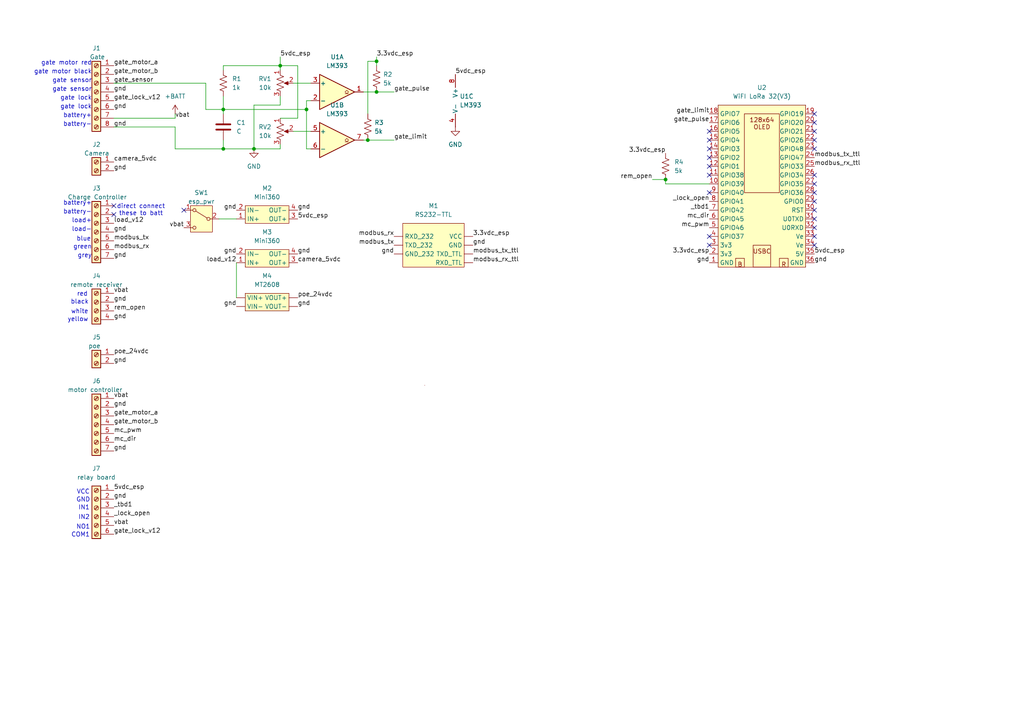
<source format=kicad_sch>
(kicad_sch (version 20231120) (generator "eeschema") (generator_version "8.0")
  (paper "A4")
  (lib_symbols
    (symbol "Comparator:LM393" (pin_names (offset 0.127))
      (property "Reference" "U" (at 3.81 3.81 0))
      (property "Value" "LM393" (at 6.35 -3.81 0))
      (symbol "LM393_1_1"
        (polyline (pts (xy -5.08 5.08) (xy 5.08 0) (xy -5.08 -5.08) (xy -5.08 5.08)) (stroke (width 0.254)) (fill (type background)))
        (polyline (pts (xy 3.302 -0.508) (xy 2.794 -0.508) (xy 3.302 0) (xy 2.794 0.508) (xy 2.286 0) (xy 2.794 -0.508) (xy 2.286 -0.508)) (stroke (width 0.127)))
        (pin open_collector line (at 7.62 0 180) (length 2.54) (name "~") (number "1"))
        (pin input line (at -7.62 -2.54 0) (length 2.54) (name "-") (number "2"))
        (pin input line (at -7.62 2.54 0) (length 2.54) (name "+") (number "3"))
      )
      (symbol "LM393_2_1"
        (polyline (pts (xy -5.08 5.08) (xy 5.08 0) (xy -5.08 -5.08) (xy -5.08 5.08)) (stroke (width 0.254)) (fill (type background)))
        (polyline (pts (xy 3.302 -0.508) (xy 2.794 -0.508) (xy 3.302 0) (xy 2.794 0.508) (xy 2.286 0) (xy 2.794 -0.508) (xy 2.286 -0.508)) (stroke (width 0.127)))
        (pin input line (at -7.62 2.54 0) (length 2.54) (name "+") (number "5"))
        (pin input line (at -7.62 -2.54 0) (length 2.54) (name "-") (number "6"))
        (pin open_collector line (at 7.62 0 180) (length 2.54) (name "~") (number "7"))
      )
      (symbol "LM393_3_1"
        (pin power_in line (at -2.54 -7.62 90) (length 3.81) (name "V-") (number "4"))
        (pin power_in line (at -2.54 7.62 270) (length 3.81) (name "V+") (number "8"))
      )
    )
    (symbol "Connector:Screw_Terminal_01x02" (pin_names (offset 1.016) hide)
      (property "Reference" "J" (at 0 2.54 0))
      (property "Value" "Screw_Terminal_01x02" (at 0 -5.08 0))
      (symbol "Screw_Terminal_01x02_1_1"
        (rectangle (start -1.27 1.27) (end 1.27 -3.81) (stroke (width 0.254)) (fill (type background)))
        (circle (center 0 -2.54) (radius 0.635) (stroke (width 0.1524)))
        (polyline (pts (xy -0.5334 -2.2098) (xy 0.3302 -3.048)) (stroke (width 0.1524)))
        (polyline (pts (xy -0.5334 0.3302) (xy 0.3302 -0.508)) (stroke (width 0.1524)))
        (polyline (pts (xy -0.3556 -2.032) (xy 0.508 -2.8702)) (stroke (width 0.1524)))
        (polyline (pts (xy -0.3556 0.508) (xy 0.508 -0.3302)) (stroke (width 0.1524)))
        (circle (center 0 0) (radius 0.635) (stroke (width 0.1524)))
        (pin passive line (at -5.08 0 0) (length 3.81) (name "Pin_1") (number "1"))
        (pin passive line (at -5.08 -2.54 0) (length 3.81) (name "Pin_2") (number "2"))
      )
    )
    (symbol "Connector:Screw_Terminal_01x04" (pin_names (offset 1.016) hide)
      (property "Reference" "J" (at 0 5.08 0))
      (property "Value" "Screw_Terminal_01x04" (at 0 -7.62 0))
      (symbol "Screw_Terminal_01x04_1_1"
        (rectangle (start -1.27 3.81) (end 1.27 -6.35) (stroke (width 0.254)) (fill (type background)))
        (circle (center 0 -5.08) (radius 0.635) (stroke (width 0.1524)))
        (circle (center 0 -2.54) (radius 0.635) (stroke (width 0.1524)))
        (polyline (pts (xy -0.5334 -4.7498) (xy 0.3302 -5.588)) (stroke (width 0.1524)))
        (polyline (pts (xy -0.5334 -2.2098) (xy 0.3302 -3.048)) (stroke (width 0.1524)))
        (polyline (pts (xy -0.5334 0.3302) (xy 0.3302 -0.508)) (stroke (width 0.1524)))
        (polyline (pts (xy -0.5334 2.8702) (xy 0.3302 2.032)) (stroke (width 0.1524)))
        (polyline (pts (xy -0.3556 -4.572) (xy 0.508 -5.4102)) (stroke (width 0.1524)))
        (polyline (pts (xy -0.3556 -2.032) (xy 0.508 -2.8702)) (stroke (width 0.1524)))
        (polyline (pts (xy -0.3556 0.508) (xy 0.508 -0.3302)) (stroke (width 0.1524)))
        (polyline (pts (xy -0.3556 3.048) (xy 0.508 2.2098)) (stroke (width 0.1524)))
        (circle (center 0 0) (radius 0.635) (stroke (width 0.1524)))
        (circle (center 0 2.54) (radius 0.635) (stroke (width 0.1524)))
        (pin passive line (at -5.08 2.54 0) (length 3.81) (name "Pin_1") (number "1"))
        (pin passive line (at -5.08 0 0) (length 3.81) (name "Pin_2") (number "2"))
        (pin passive line (at -5.08 -2.54 0) (length 3.81) (name "Pin_3") (number "3"))
        (pin passive line (at -5.08 -5.08 0) (length 3.81) (name "Pin_4") (number "4"))
      )
    )
    (symbol "Connector:Screw_Terminal_01x06" (pin_names (offset 1.016) hide)
      (property "Reference" "J" (at 0 7.62 0))
      (property "Value" "Screw_Terminal_01x06" (at 0 -10.16 0))
      (symbol "Screw_Terminal_01x06_1_1"
        (rectangle (start -1.27 6.35) (end 1.27 -8.89) (stroke (width 0.254)) (fill (type background)))
        (circle (center 0 -7.62) (radius 0.635) (stroke (width 0.1524)))
        (circle (center 0 -5.08) (radius 0.635) (stroke (width 0.1524)))
        (circle (center 0 -2.54) (radius 0.635) (stroke (width 0.1524)))
        (polyline (pts (xy -0.5334 -7.2898) (xy 0.3302 -8.128)) (stroke (width 0.1524)))
        (polyline (pts (xy -0.5334 -4.7498) (xy 0.3302 -5.588)) (stroke (width 0.1524)))
        (polyline (pts (xy -0.5334 -2.2098) (xy 0.3302 -3.048)) (stroke (width 0.1524)))
        (polyline (pts (xy -0.5334 0.3302) (xy 0.3302 -0.508)) (stroke (width 0.1524)))
        (polyline (pts (xy -0.5334 2.8702) (xy 0.3302 2.032)) (stroke (width 0.1524)))
        (polyline (pts (xy -0.5334 5.4102) (xy 0.3302 4.572)) (stroke (width 0.1524)))
        (polyline (pts (xy -0.3556 -7.112) (xy 0.508 -7.9502)) (stroke (width 0.1524)))
        (polyline (pts (xy -0.3556 -4.572) (xy 0.508 -5.4102)) (stroke (width 0.1524)))
        (polyline (pts (xy -0.3556 -2.032) (xy 0.508 -2.8702)) (stroke (width 0.1524)))
        (polyline (pts (xy -0.3556 0.508) (xy 0.508 -0.3302)) (stroke (width 0.1524)))
        (polyline (pts (xy -0.3556 3.048) (xy 0.508 2.2098)) (stroke (width 0.1524)))
        (polyline (pts (xy -0.3556 5.588) (xy 0.508 4.7498)) (stroke (width 0.1524)))
        (circle (center 0 0) (radius 0.635) (stroke (width 0.1524)))
        (circle (center 0 2.54) (radius 0.635) (stroke (width 0.1524)))
        (circle (center 0 5.08) (radius 0.635) (stroke (width 0.1524)))
        (pin passive line (at -5.08 5.08 0) (length 3.81) (name "Pin_1") (number "1"))
        (pin passive line (at -5.08 2.54 0) (length 3.81) (name "Pin_2") (number "2"))
        (pin passive line (at -5.08 0 0) (length 3.81) (name "Pin_3") (number "3"))
        (pin passive line (at -5.08 -2.54 0) (length 3.81) (name "Pin_4") (number "4"))
        (pin passive line (at -5.08 -5.08 0) (length 3.81) (name "Pin_5") (number "5"))
        (pin passive line (at -5.08 -7.62 0) (length 3.81) (name "Pin_6") (number "6"))
      )
    )
    (symbol "Connector:Screw_Terminal_01x07" (pin_names (offset 1.016) hide)
      (property "Reference" "J" (at 0 10.16 0))
      (property "Value" "Screw_Terminal_01x07" (at 0 -10.16 0))
      (symbol "Screw_Terminal_01x07_1_1"
        (rectangle (start -1.27 8.89) (end 1.27 -8.89) (stroke (width 0.254)) (fill (type background)))
        (circle (center 0 -7.62) (radius 0.635) (stroke (width 0.1524)))
        (circle (center 0 -5.08) (radius 0.635) (stroke (width 0.1524)))
        (circle (center 0 -2.54) (radius 0.635) (stroke (width 0.1524)))
        (polyline (pts (xy -0.5334 -7.2898) (xy 0.3302 -8.128)) (stroke (width 0.1524)))
        (polyline (pts (xy -0.5334 -4.7498) (xy 0.3302 -5.588)) (stroke (width 0.1524)))
        (polyline (pts (xy -0.5334 -2.2098) (xy 0.3302 -3.048)) (stroke (width 0.1524)))
        (polyline (pts (xy -0.5334 0.3302) (xy 0.3302 -0.508)) (stroke (width 0.1524)))
        (polyline (pts (xy -0.5334 2.8702) (xy 0.3302 2.032)) (stroke (width 0.1524)))
        (polyline (pts (xy -0.5334 5.4102) (xy 0.3302 4.572)) (stroke (width 0.1524)))
        (polyline (pts (xy -0.5334 7.9502) (xy 0.3302 7.112)) (stroke (width 0.1524)))
        (polyline (pts (xy -0.3556 -7.112) (xy 0.508 -7.9502)) (stroke (width 0.1524)))
        (polyline (pts (xy -0.3556 -4.572) (xy 0.508 -5.4102)) (stroke (width 0.1524)))
        (polyline (pts (xy -0.3556 -2.032) (xy 0.508 -2.8702)) (stroke (width 0.1524)))
        (polyline (pts (xy -0.3556 0.508) (xy 0.508 -0.3302)) (stroke (width 0.1524)))
        (polyline (pts (xy -0.3556 3.048) (xy 0.508 2.2098)) (stroke (width 0.1524)))
        (polyline (pts (xy -0.3556 5.588) (xy 0.508 4.7498)) (stroke (width 0.1524)))
        (polyline (pts (xy -0.3556 8.128) (xy 0.508 7.2898)) (stroke (width 0.1524)))
        (circle (center 0 0) (radius 0.635) (stroke (width 0.1524)))
        (circle (center 0 2.54) (radius 0.635) (stroke (width 0.1524)))
        (circle (center 0 5.08) (radius 0.635) (stroke (width 0.1524)))
        (circle (center 0 7.62) (radius 0.635) (stroke (width 0.1524)))
        (pin passive line (at -5.08 7.62 0) (length 3.81) (name "Pin_1") (number "1"))
        (pin passive line (at -5.08 5.08 0) (length 3.81) (name "Pin_2") (number "2"))
        (pin passive line (at -5.08 2.54 0) (length 3.81) (name "Pin_3") (number "3"))
        (pin passive line (at -5.08 0 0) (length 3.81) (name "Pin_4") (number "4"))
        (pin passive line (at -5.08 -2.54 0) (length 3.81) (name "Pin_5") (number "5"))
        (pin passive line (at -5.08 -5.08 0) (length 3.81) (name "Pin_6") (number "6"))
        (pin passive line (at -5.08 -7.62 0) (length 3.81) (name "Pin_7") (number "7"))
      )
    )
    (symbol "Connector:Screw_Terminal_01x08" (pin_names (offset 1.016) hide)
      (property "Reference" "J" (at 0 10.16 0))
      (property "Value" "Screw_Terminal_01x08" (at 0 -12.7 0))
      (symbol "Screw_Terminal_01x08_1_1"
        (rectangle (start -1.27 8.89) (end 1.27 -11.43) (stroke (width 0.254)) (fill (type background)))
        (circle (center 0 -10.16) (radius 0.635) (stroke (width 0.1524)))
        (circle (center 0 -7.62) (radius 0.635) (stroke (width 0.1524)))
        (circle (center 0 -5.08) (radius 0.635) (stroke (width 0.1524)))
        (circle (center 0 -2.54) (radius 0.635) (stroke (width 0.1524)))
        (polyline (pts (xy -0.5334 -9.8298) (xy 0.3302 -10.668)) (stroke (width 0.1524)))
        (polyline (pts (xy -0.5334 -7.2898) (xy 0.3302 -8.128)) (stroke (width 0.1524)))
        (polyline (pts (xy -0.5334 -4.7498) (xy 0.3302 -5.588)) (stroke (width 0.1524)))
        (polyline (pts (xy -0.5334 -2.2098) (xy 0.3302 -3.048)) (stroke (width 0.1524)))
        (polyline (pts (xy -0.5334 0.3302) (xy 0.3302 -0.508)) (stroke (width 0.1524)))
        (polyline (pts (xy -0.5334 2.8702) (xy 0.3302 2.032)) (stroke (width 0.1524)))
        (polyline (pts (xy -0.5334 5.4102) (xy 0.3302 4.572)) (stroke (width 0.1524)))
        (polyline (pts (xy -0.5334 7.9502) (xy 0.3302 7.112)) (stroke (width 0.1524)))
        (polyline (pts (xy -0.3556 -9.652) (xy 0.508 -10.4902)) (stroke (width 0.1524)))
        (polyline (pts (xy -0.3556 -7.112) (xy 0.508 -7.9502)) (stroke (width 0.1524)))
        (polyline (pts (xy -0.3556 -4.572) (xy 0.508 -5.4102)) (stroke (width 0.1524)))
        (polyline (pts (xy -0.3556 -2.032) (xy 0.508 -2.8702)) (stroke (width 0.1524)))
        (polyline (pts (xy -0.3556 0.508) (xy 0.508 -0.3302)) (stroke (width 0.1524)))
        (polyline (pts (xy -0.3556 3.048) (xy 0.508 2.2098)) (stroke (width 0.1524)))
        (polyline (pts (xy -0.3556 5.588) (xy 0.508 4.7498)) (stroke (width 0.1524)))
        (polyline (pts (xy -0.3556 8.128) (xy 0.508 7.2898)) (stroke (width 0.1524)))
        (circle (center 0 0) (radius 0.635) (stroke (width 0.1524)))
        (circle (center 0 2.54) (radius 0.635) (stroke (width 0.1524)))
        (circle (center 0 5.08) (radius 0.635) (stroke (width 0.1524)))
        (circle (center 0 7.62) (radius 0.635) (stroke (width 0.1524)))
        (pin passive line (at -5.08 7.62 0) (length 3.81) (name "Pin_1") (number "1"))
        (pin passive line (at -5.08 5.08 0) (length 3.81) (name "Pin_2") (number "2"))
        (pin passive line (at -5.08 2.54 0) (length 3.81) (name "Pin_3") (number "3"))
        (pin passive line (at -5.08 0 0) (length 3.81) (name "Pin_4") (number "4"))
        (pin passive line (at -5.08 -2.54 0) (length 3.81) (name "Pin_5") (number "5"))
        (pin passive line (at -5.08 -5.08 0) (length 3.81) (name "Pin_6") (number "6"))
        (pin passive line (at -5.08 -7.62 0) (length 3.81) (name "Pin_7") (number "7"))
        (pin passive line (at -5.08 -10.16 0) (length 3.81) (name "Pin_8") (number "8"))
      )
    )
    (symbol "Device:C" (pin_numbers hide) (pin_names (offset 0.254))
      (property "Reference" "C" (at 0.635 2.54 0))
      (property "Value" "C" (at 0.635 -2.54 0))
      (symbol "C_0_1"
        (polyline (pts (xy -2.032 -0.762) (xy 2.032 -0.762)) (stroke (width 0.508)))
        (polyline (pts (xy -2.032 0.762) (xy 2.032 0.762)) (stroke (width 0.508)))
      )
      (symbol "C_1_1"
        (pin passive line (at 0 3.81 270) (length 2.794) (name "~") (number "1"))
        (pin passive line (at 0 -3.81 90) (length 2.794) (name "~") (number "2"))
      )
    )
    (symbol "Device:R_Potentiometer_US" (pin_names (offset 1.016) hide)
      (property "Reference" "RV" (at -4.445 0 90))
      (property "Value" "R_Potentiometer_US" (at -2.54 0 90))
      (symbol "R_Potentiometer_US_0_1"
        (polyline (pts (xy 0 -2.286) (xy 0 -2.54)))
        (polyline (pts (xy 0 2.54) (xy 0 2.286)))
        (polyline (pts (xy 2.54 0) (xy 1.524 0)))
        (polyline (pts (xy 1.143 0) (xy 2.286 0.508) (xy 2.286 -0.508) (xy 1.143 0)) (fill (type outline)))
        (polyline (pts (xy 0 -0.762) (xy 1.016 -1.143) (xy 0 -1.524) (xy -1.016 -1.905) (xy 0 -2.286)))
        (polyline (pts (xy 0 0.762) (xy 1.016 0.381) (xy 0 0) (xy -1.016 -0.381) (xy 0 -0.762)))
        (polyline (pts (xy 0 2.286) (xy 1.016 1.905) (xy 0 1.524) (xy -1.016 1.143) (xy 0 0.762)))
      )
      (symbol "R_Potentiometer_US_1_1"
        (pin passive line (at 0 3.81 270) (length 1.27) (name "1") (number "1"))
        (pin passive line (at 3.81 0 180) (length 1.27) (name "2") (number "2"))
        (pin passive line (at 0 -3.81 90) (length 1.27) (name "3") (number "3"))
      )
    )
    (symbol "Device:R_US" (pin_numbers hide) (pin_names (offset 0))
      (property "Reference" "R" (at 2.54 0 90))
      (property "Value" "R_US" (at -2.54 0 90))
      (symbol "R_US_0_1"
        (polyline (pts (xy 0 -2.286) (xy 0 -2.54)))
        (polyline (pts (xy 0 2.286) (xy 0 2.54)))
        (polyline (pts (xy 0 -0.762) (xy 1.016 -1.143) (xy 0 -1.524) (xy -1.016 -1.905) (xy 0 -2.286)))
        (polyline (pts (xy 0 0.762) (xy 1.016 0.381) (xy 0 0) (xy -1.016 -0.381) (xy 0 -0.762)))
        (polyline (pts (xy 0 2.286) (xy 1.016 1.905) (xy 0 1.524) (xy -1.016 1.143) (xy 0 0.762)))
      )
      (symbol "R_US_1_1"
        (pin passive line (at 0 3.81 270) (length 1.27) (name "~") (number "1"))
        (pin passive line (at 0 -3.81 90) (length 1.27) (name "~") (number "2"))
      )
    )
    (symbol "RF_Module:HTIT-WB32LA(F)_V3"
      (property "Reference" "U" (at 0 4.572 0))
      (property "Value" "WiFI LoRa 32(V3)" (at -0.254 2.54 0))
      (symbol "HTIT-WB32LA(F)_V3_1_1"
        (rectangle (start -12.7 1.27) (end 12.7 -45.72) (fill (type background)))
        (text_box "128x64\nOLED" (at -5.08 -1.27 0) (size 10.16 -22.86) (effects (font (size 1.27 1.27)) (justify top)))
        (text_box "B" (at -5.08 -45.72 0) (size -2.54 2.54) (effects (font (size 1.27 1.27)) (justify top)))
        (text_box "R" (at 7.62 -45.72 0) (size -2.54 2.54) (effects (font (size 1.27 1.27)) (justify top)))
        (text_box "USBC" (at 2.54 -45.72 0) (size -5.08 6.35) (effects (font (size 1.27 1.27)) (justify top)))
        (pin passive line (at -15.24 -44.45 0) (length 2.54) (name "GND") (number "1"))
        (pin bidirectional line (at -15.24 -21.59 0) (length 2.54) (name "GPIO39") (number "10"))
        (pin bidirectional line (at -15.24 -19.05 0) (length 2.54) (name "GPIO38") (number "11"))
        (pin bidirectional line (at -15.24 -16.51 0) (length 2.54) (name "GPIO1") (number "12"))
        (pin bidirectional line (at -15.24 -13.97 0) (length 2.54) (name "GPIO2") (number "13"))
        (pin bidirectional line (at -15.24 -11.43 0) (length 2.54) (name "GPIO3") (number "14"))
        (pin bidirectional line (at -15.24 -8.89 0) (length 2.54) (name "GPIO4") (number "15"))
        (pin bidirectional line (at -15.24 -6.35 0) (length 2.54) (name "GPIO5") (number "16"))
        (pin bidirectional line (at -15.24 -3.81 0) (length 2.54) (name "GPIO6") (number "17"))
        (pin bidirectional line (at -15.24 -1.27 0) (length 2.54) (name "GPIO7") (number "18"))
        (pin bidirectional line (at 15.24 -1.27 180) (length 2.54) (name "GPIO19") (number "19"))
        (pin power_out line (at -15.24 -41.91 0) (length 2.54) (name "3v3") (number "2"))
        (pin bidirectional line (at 15.24 -3.81 180) (length 2.54) (name "GPIO20") (number "20"))
        (pin bidirectional line (at 15.24 -6.35 180) (length 2.54) (name "GPIO21") (number "21"))
        (pin bidirectional line (at 15.24 -8.89 180) (length 2.54) (name "GPIO26") (number "22"))
        (pin bidirectional line (at 15.24 -11.43 180) (length 2.54) (name "GPIO48") (number "23"))
        (pin bidirectional line (at 15.24 -13.97 180) (length 2.54) (name "GPIO47") (number "24"))
        (pin bidirectional line (at 15.24 -16.51 180) (length 2.54) (name "GPIO33") (number "25"))
        (pin bidirectional line (at 15.24 -19.05 180) (length 2.54) (name "GPIO34") (number "26"))
        (pin bidirectional line (at 15.24 -21.59 180) (length 2.54) (name "GPIO35") (number "27"))
        (pin bidirectional line (at 15.24 -24.13 180) (length 2.54) (name "GPIO36") (number "28"))
        (pin bidirectional line (at 15.24 -26.67 180) (length 2.54) (name "GPIO0") (number "29"))
        (pin power_out line (at -15.24 -39.37 0) (length 2.54) (name "3v3") (number "3"))
        (pin input line (at 15.24 -29.21 180) (length 2.54) (name "RST") (number "30"))
        (pin output line (at 15.24 -31.75 180) (length 2.54) (name "U0TXD") (number "31"))
        (pin input line (at 15.24 -34.29 180) (length 2.54) (name "U0RXD") (number "32"))
        (pin input line (at 15.24 -36.83 180) (length 2.54) (name "Ve") (number "33"))
        (pin input line (at 15.24 -39.37 180) (length 2.54) (name "Ve") (number "34"))
        (pin power_in line (at 15.24 -41.91 180) (length 2.54) (name "5V") (number "35"))
        (pin passive line (at 15.24 -44.45 180) (length 2.54) (name "GND") (number "36"))
        (pin bidirectional line (at -15.24 -36.83 0) (length 2.54) (name "GPIO37") (number "4"))
        (pin bidirectional line (at -15.24 -34.29 0) (length 2.54) (name "GPIO46") (number "5"))
        (pin bidirectional line (at -15.24 -31.75 0) (length 2.54) (name "GPIO45") (number "6"))
        (pin bidirectional line (at -15.24 -29.21 0) (length 2.54) (name "GPIO42") (number "7"))
        (pin bidirectional line (at -15.24 -26.67 0) (length 2.54) (name "GPIO41") (number "8"))
        (pin bidirectional line (at -15.24 -24.13 0) (length 2.54) (name "GPIO40") (number "9"))
      )
    )
    (symbol "Switch:SW_SPDT" (pin_names (offset 0) hide)
      (property "Reference" "SW" (at 0 5.08 0))
      (property "Value" "SW_SPDT" (at 0 -5.08 0))
      (symbol "SW_SPDT_0_1"
        (circle (center -2.032 0) (radius 0.4572))
        (polyline (pts (xy -1.651 0.254) (xy 1.651 2.286)))
        (circle (center 2.032 -2.54) (radius 0.4572))
        (circle (center 2.032 2.54) (radius 0.4572))
      )
      (symbol "SW_SPDT_1_1"
        (rectangle (start -3.175 3.81) (end 3.175 -3.81) (fill (type background)))
        (pin passive line (at 5.08 2.54 180) (length 2.54) (name "A") (number "1"))
        (pin passive line (at -5.08 0 0) (length 2.54) (name "B") (number "2"))
        (pin passive line (at 5.08 -2.54 180) (length 2.54) (name "C") (number "3"))
      )
    )
    (symbol "jcl_modules:MT2608"
      (property "Reference" "M" (at 0 1.778 0))
      (property "Value" "MT2608" (at 0 0 0))
      (symbol "MT2608_1_1"
        (rectangle (start -6.35 -1.27) (end 6.35 -6.35) (fill (type background)))
        (pin passive line (at -8.89 -2.54 0) (length 2.54) (name "VIN+") (number ""))
        (pin power_in line (at -8.89 -5.08 0) (length 2.54) (name "VIN-") (number ""))
        (pin passive line (at 8.89 -2.54 180) (length 2.54) (name "VOUT+") (number ""))
        (pin power_out line (at 8.89 -5.08 180) (length 2.54) (name "VOUT-") (number ""))
      )
    )
    (symbol "jcl_modules:Mini360"
      (property "Reference" "M" (at 0 2.54 0))
      (property "Value" "Mini360" (at 0.254 0 0))
      (symbol "Mini360_1_1"
        (rectangle (start -6.35 -1.27) (end 6.35 -6.35) (fill (type background)))
        (pin power_in line (at -8.89 -5.08 0) (length 2.54) (name "IN+") (number "1"))
        (pin passive line (at -8.89 -2.54 0) (length 2.54) (name "IN-") (number "2"))
        (pin power_out line (at 8.89 -5.08 180) (length 2.54) (name "OUT+") (number "3"))
        (pin passive line (at 8.89 -2.54 180) (length 2.54) (name "OUT-") (number "4"))
      )
    )
    (symbol "jcl_modules:RS232-TTL"
      (property "Reference" "M" (at 0 3.81 0))
      (property "Value" "RS232-TTL" (at 0.508 -1.778 0))
      (symbol "RS232-TTL_0_1"
        (rectangle (start -2.54 -46.99) (end -2.54 -46.99))
      )
      (symbol "RS232-TTL_1_1"
        (rectangle (start -8.89 0) (end 8.89 -12.7) (fill (type background)))
        (pin passive line (at 11.43 -6.35 180) (length 2.54) (name "GND") (number ""))
        (pin passive line (at -11.43 -8.89 0) (length 2.54) (name "GND_232") (number ""))
        (pin input line (at -11.43 -3.81 0) (length 2.54) (name "RXD_232") (number ""))
        (pin output line (at 11.43 -11.43 180) (length 2.54) (name "RXD_TTL") (number ""))
        (pin output line (at -11.43 -6.35 0) (length 2.54) (name "TXD_232") (number ""))
        (pin input line (at 11.43 -8.89 180) (length 2.54) (name "TXD_TTL") (number ""))
        (pin power_in line (at 11.43 -3.81 180) (length 2.54) (name "VCC") (number ""))
      )
    )
    (symbol "power:+BATT" (power) (pin_numbers hide) (pin_names (offset 0) hide)
      (property "Value" "+BATT" (at 0 3.556 0))
      (symbol "+BATT_0_1"
        (polyline (pts (xy -0.762 1.27) (xy 0 2.54)))
        (polyline (pts (xy 0 0) (xy 0 2.54)))
        (polyline (pts (xy 0 2.54) (xy 0.762 1.27)))
      )
      (symbol "+BATT_1_1"
        (pin power_in line (at 0 0 90) (length 0) (name "~") (number "1"))
      )
    )
    (symbol "power:GND" (power) (pin_numbers hide) (pin_names (offset 0) hide)
      (property "Value" "GND" (at 0 -3.81 0))
      (symbol "GND_0_1"
        (polyline (pts (xy 0 0) (xy 0 -1.27) (xy 1.27 -1.27) (xy 0 -2.54) (xy -1.27 -1.27) (xy 0 -1.27)))
      )
      (symbol "GND_1_1"
        (pin power_in line (at 0 0 270) (length 0) (name "~") (number "1"))
      )
    )
  )
  (junction (at 193.04 52.07))
  (junction (at 109.22 17.78))
  (junction (at 64.77 43.18))
  (junction (at 88.9 31.75))
  (junction (at 106.68 40.64))
  (junction (at 64.77 31.75))
  (junction (at 81.28 19.05))
  (junction (at 109.22 26.67))
  (junction (at 73.66 43.18))
  (no_connect (at 205.74 55.88))
  (no_connect (at 236.22 60.96))
  (no_connect (at 236.22 58.42))
  (no_connect (at 236.22 71.12))
  (no_connect (at 236.22 35.56))
  (no_connect (at 236.22 50.8))
  (no_connect (at 236.22 53.34))
  (no_connect (at 236.22 63.5))
  (no_connect (at 205.74 48.26))
  (no_connect (at 236.22 38.1))
  (no_connect (at 236.22 40.64))
  (no_connect (at 33.02 59.69))
  (no_connect (at 205.74 38.1))
  (no_connect (at 205.74 50.8))
  (no_connect (at 236.22 33.02))
  (no_connect (at 53.34 60.96))
  (no_connect (at 33.02 62.23))
  (no_connect (at 236.22 66.04))
  (no_connect (at 205.74 45.72))
  (no_connect (at 205.74 43.18))
  (no_connect (at 236.22 43.18))
  (no_connect (at 236.22 55.88))
  (no_connect (at 205.74 71.12))
  (no_connect (at 205.74 40.64))
  (no_connect (at 205.74 68.58))
  (no_connect (at 236.22 68.58))
  (wire (pts (xy 88.9 31.75) (xy 88.9 29.21)))
  (wire (pts (xy 33.02 34.29) (xy 50.8 34.29)))
  (wire (pts (xy 81.28 16.51) (xy 81.28 19.05)))
  (wire (pts (xy 109.22 17.78) (xy 109.22 19.05)))
  (wire (pts (xy 73.66 30.48) (xy 73.66 43.18)))
  (wire (pts (xy 50.8 36.83) (xy 50.8 43.18)))
  (wire (pts (xy 64.77 31.75) (xy 88.9 31.75)))
  (wire (pts (xy 85.09 24.13) (xy 90.17 24.13)))
  (wire (pts (xy 193.04 52.07) (xy 193.04 53.34)))
  (wire (pts (xy 64.77 43.18) (xy 73.66 43.18)))
  (wire (pts (xy 64.77 31.75) (xy 64.77 33.02)))
  (wire (pts (xy 63.5 63.5) (xy 68.58 63.5)))
  (wire (pts (xy 81.28 19.05) (xy 64.77 19.05)))
  (wire (pts (xy 64.77 19.05) (xy 64.77 20.32)))
  (wire (pts (xy 85.09 38.1) (xy 90.17 38.1)))
  (wire (pts (xy 88.9 43.18) (xy 90.17 43.18)))
  (wire (pts (xy 86.36 19.05) (xy 86.36 34.29)))
  (wire (pts (xy 109.22 16.51) (xy 109.22 17.78)))
  (wire (pts (xy 73.66 30.48) (xy 81.28 30.48)))
  (wire (pts (xy 81.28 19.05) (xy 81.28 20.32)))
  (wire (pts (xy 33.02 36.83) (xy 50.8 36.83)))
  (wire (pts (xy 81.28 19.05) (xy 86.36 19.05)))
  (wire (pts (xy 64.77 40.64) (xy 64.77 43.18)))
  (wire (pts (xy 189.23 52.07) (xy 193.04 52.07)))
  (wire (pts (xy 109.22 26.67) (xy 114.3 26.67)))
  (wire (pts (xy 33.02 24.13) (xy 59.69 24.13)))
  (wire (pts (xy 106.68 40.64) (xy 114.3 40.64)))
  (wire (pts (xy 81.28 41.91) (xy 81.28 43.18)))
  (wire (pts (xy 50.8 34.29) (xy 50.8 33.02)))
  (wire (pts (xy 88.9 29.21) (xy 90.17 29.21)))
  (wire (pts (xy 88.9 31.75) (xy 88.9 43.18)))
  (wire (pts (xy 81.28 27.94) (xy 81.28 30.48)))
  (wire (pts (xy 106.68 17.78) (xy 109.22 17.78)))
  (wire (pts (xy 105.41 26.67) (xy 109.22 26.67)))
  (wire (pts (xy 105.41 40.64) (xy 106.68 40.64)))
  (wire (pts (xy 205.74 53.34) (xy 193.04 53.34)))
  (wire (pts (xy 81.28 34.29) (xy 86.36 34.29)))
  (wire (pts (xy 59.69 31.75) (xy 64.77 31.75)))
  (wire (pts (xy 106.68 33.02) (xy 106.68 17.78)))
  (wire (pts (xy 73.66 43.18) (xy 81.28 43.18)))
  (wire (pts (xy 50.8 43.18) (xy 64.77 43.18)))
  (wire (pts (xy 59.69 24.13) (xy 59.69 31.75)))
  (wire (pts (xy 68.58 76.2) (xy 68.58 86.36)))
  (wire (pts (xy 64.77 27.94) (xy 64.77 31.75)))
  (text "gate lock" (at 26.67 31.75 0) (effects (font (size 1.27 1.27)) (justify right bottom)))
  (text "white\n" (at 23.114 90.424 0) (effects (font (size 1.27 1.27))))
  (text "COM1" (at 23.368 155.194 0) (effects (font (size 1.27 1.27))))
  (text "blue" (at 26.416 70.104 0) (effects (font (size 1.27 1.27)) (justify right bottom)))
  (text "IN2" (at 24.384 150.114 0) (effects (font (size 1.27 1.27))))
  (text "gate motor black" (at 26.67 21.59 0) (effects (font (size 1.27 1.27)) (justify right bottom)))
  (text "gate lock" (at 26.67 29.21 0) (effects (font (size 1.27 1.27)) (justify right bottom)))
  (text "gate sensor" (at 26.67 26.67 0) (effects (font (size 1.27 1.27)) (justify right bottom)))
  (text "direct connect\nthese to batt" (at 40.894 60.96 0) (effects (font (size 1.27 1.27))))
  (text "GND" (at 24.13 145.034 0) (effects (font (size 1.27 1.27))))
  (text "IN1" (at 24.384 147.32 0) (effects (font (size 1.27 1.27))))
  (text "battery-\n" (at 26.67 36.83 0) (effects (font (size 1.27 1.27)) (justify right bottom)))
  (text "green" (at 26.67 72.39 0) (effects (font (size 1.27 1.27)) (justify right bottom)))
  (text "load+" (at 26.67 64.77 0) (effects (font (size 1.27 1.27)) (justify right bottom)))
  (text "red" (at 23.876 85.344 0) (effects (font (size 1.27 1.27))))
  (text "NO1" (at 24.13 152.908 0) (effects (font (size 1.27 1.27))))
  (text "yellow" (at 22.606 92.71 0) (effects (font (size 1.27 1.27))))
  (text "gate sensor" (at 26.67 24.13 0) (effects (font (size 1.27 1.27)) (justify right bottom)))
  (text "black" (at 23.114 87.63 0) (effects (font (size 1.27 1.27))))
  (text "battery-" (at 26.67 62.23 0) (effects (font (size 1.27 1.27)) (justify right bottom)))
  (text "VCC" (at 24.13 142.748 0) (effects (font (size 1.27 1.27))))
  (text "load-" (at 26.67 67.31 0) (effects (font (size 1.27 1.27)) (justify right bottom)))
  (text "grey" (at 26.67 74.93 0) (effects (font (size 1.27 1.27)) (justify right bottom)))
  (text "battery+" (at 26.67 34.29 0) (effects (font (size 1.27 1.27)) (justify right bottom)))
  (text "battery+" (at 26.67 59.69 0) (effects (font (size 1.27 1.27)) (justify right bottom)))
  (text "gate motor red" (at 26.67 19.05 0) (effects (font (size 1.27 1.27)) (justify right bottom)))
  (label "3.3vdc_esp" (at 109.22 16.51 0))
  (label "5vdc_esp" (at 236.22 73.66 0))
  (label "modbus_rx_ttl" (at 137.16 76.2 0))
  (label "mc_dir" (at 33.02 128.27 0))
  (label "modbus_tx_ttl" (at 236.22 45.72 0))
  (label "vbat" (at 33.02 152.4 0))
  (label "mc_pwm" (at 33.02 125.73 0))
  (label "modbus_rx_ttl" (at 236.22 48.26 0))
  (label "gate_sensor" (at 33.02 24.13 0))
  (label "gnd" (at 33.02 130.81 0))
  (label "gate_limit" (at 114.3 40.64 0))
  (label "rem_open" (at 189.23 52.07 180))
  (label "gnd" (at 33.02 67.31 0))
  (label "gnd" (at 33.02 26.67 0))
  (label "gate_motor_a" (at 33.02 120.65 0))
  (label "gnd" (at 68.58 88.9 180))
  (label "vbat" (at 50.8 34.29 0))
  (label "gnd" (at 33.02 118.11 0))
  (label "gnd" (at 114.3 73.66 180))
  (label "gnd" (at 33.02 31.75 0))
  (label "modbus_tx_ttl" (at 137.16 73.66 0))
  (label "_lock_open" (at 205.74 58.42 180))
  (label "load_v12" (at 33.02 64.77 0))
  (label "3.3vdc_esp" (at 137.16 68.58 0))
  (label "gate_limit" (at 205.74 33.02 180))
  (label "5vdc_esp" (at 132.08 21.59 0))
  (label "gate_motor_b" (at 33.02 123.19 0))
  (label "_lock_open" (at 33.02 149.86 0))
  (label "_tbd1" (at 205.74 60.96 180))
  (label "gate_lock_v12" (at 33.02 29.21 0))
  (label "gate_lock_v12" (at 33.02 154.94 0))
  (label "vbat" (at 33.02 115.57 0))
  (label "gnd" (at 33.02 105.41 0))
  (label "load_v12" (at 68.58 76.2 180))
  (label "gnd" (at 33.02 74.93 0))
  (label "3.3vdc_esp" (at 205.74 73.66 180))
  (label "gnd" (at 86.36 60.96 0))
  (label "gnd" (at 68.58 60.96 180))
  (label "gate_pulse" (at 114.3 26.67 0))
  (label "gnd" (at 205.74 76.2 180))
  (label "gnd" (at 137.16 71.12 0))
  (label "gnd" (at 33.02 36.83 0))
  (label "mc_dir" (at 205.74 63.5 180))
  (label "gnd" (at 86.36 73.66 0))
  (label "gnd" (at 33.02 87.63 0))
  (label "vbat" (at 53.34 66.04 180))
  (label "5vdc_esp" (at 86.36 63.5 0))
  (label "gnd" (at 33.02 49.53 0))
  (label "5vdc_esp" (at 81.28 16.51 0))
  (label "gate_pulse" (at 205.74 35.56 180))
  (label "camera_5vdc" (at 86.36 76.2 0))
  (label "modbus_rx" (at 33.02 72.39 0))
  (label "gnd" (at 33.02 92.71 0))
  (label "gnd" (at 33.02 144.78 0))
  (label "modbus_tx" (at 33.02 69.85 0))
  (label "vbat" (at 33.02 85.09 0))
  (label "gate_motor_a" (at 33.02 19.05 0))
  (label "poe_24vdc" (at 86.36 86.36 0))
  (label "poe_24vdc" (at 33.02 102.87 0))
  (label "3.3vdc_esp" (at 193.04 44.45 180))
  (label "rem_open" (at 33.02 90.17 0))
  (label "gnd" (at 236.22 76.2 0))
  (label "5vdc_esp" (at 33.02 142.24 0))
  (label "camera_5vdc" (at 33.02 46.99 0))
  (label "gate_motor_b" (at 33.02 21.59 0))
  (label "gnd" (at 86.36 88.9 0))
  (label "modbus_tx" (at 114.3 71.12 180))
  (label "mc_pwm" (at 205.74 66.04 180))
  (label "modbus_rx" (at 114.3 68.58 180))
  (label "_tbd1" (at 33.02 147.32 0))
  (label "gnd" (at 68.58 73.66 180))
  (symbol (lib_id "Switch:SW_SPDT") (at 58.42 63.5 0) (mirror y) (unit 1)
    (property "Reference" "SW1" (at 58.42 55.88 0))
    (property "Value" "esp_pwr" (at 58.42 58.42 0))
    (property "Description" "Switch, single pole double throw" (effects (hide yes)))
  )
  (symbol (lib_id "Device:R_US") (at 106.68 36.83 0) (unit 1)
    (property "Reference" "R3" (at 108.585 35.56 0) (effects (justify left)))
    (property "Value" "5k" (at 108.585 38.1 0) (effects (justify left)))
    (property "Description" "Resistor, US symbol" (effects (hide yes)))
  )
  (symbol (lib_id "jcl_modules:MT2608") (at 77.47 83.82 0) (unit 1)
    (property "Reference" "M4" (at 77.47 80.01 0))
    (property "Value" "MT2608" (at 77.47 82.55 0))
    (property "Datasheet" "https://www.amazon.com/dp/B089JYBF25?ref=ppx_yo2ov_dt_b_fed_asin_title&th=1" (effects (hide yes)))
    (property "Description" "DC-DC Boost Converter 2A 2-24VDC in, 5-28VDC out" (effects (hide yes)))
  )
  (symbol (lib_id "jcl_modules:Mini360") (at 77.47 58.42 0) (unit 1)
    (property "Reference" "M2" (at 77.47 54.61 0))
    (property "Value" "Mini360" (at 77.47 57.15 0))
    (property "Footprint" "jcl-footprints:DIP-4_600_ELL" (effects (hide yes)))
    (property "Datasheet" "https://www.amazon.com/dp/B09J2PYD8N?ref=ppx_yo2ov_dt_b_fed_asin_title&th=1" (effects (hide yes)))
    (property "Description" "Buck Converter 3A DC-DC 4.75-23VDC in, 1.0-17VDC out" (effects (hide yes)))
  )
  (symbol (lib_id "Comparator:LM393") (at 97.79 26.67 0) (unit 1)
    (property "Reference" "U1" (at 97.79 16.51 0))
    (property "Value" "LM393" (at 97.79 19.05 0))
    (property "Datasheet" "http://www.ti.com/lit/ds/symlink/lm393.pdf" (effects (hide yes)))
    (property "Description" "Low-Power, Low-Offset Voltage, Dual Comparators, DIP-8/SOIC-8/TO-99-8" (effects (hide yes)))
  )
  (symbol (lib_id "Connector:Screw_Terminal_01x02") (at 27.94 102.87 0) (mirror y) (unit 1)
    (property "Reference" "J5" (at 29.21 97.79 0) (effects (justify left)))
    (property "Value" "poe" (at 29.21 100.33 0) (effects (justify left)))
    (property "Description" "Generic screw terminal, single row, 01x02, script generated (kicad-library-utils/schlib/autogen/connector/)" (effects (hide yes)))
  )
  (symbol (lib_id "power:GND") (at 132.08 36.83 0) (unit 1)
    (property "Reference" "#PWR02" (effects (hide yes)))
    (property "Value" "GND" (at 132.08 41.91 0))
    (property "Description" "Power symbol creates a global label with name \"GND\" , ground" (effects (hide yes)))
  )
  (symbol (lib_id "Device:R_US") (at 64.77 24.13 0) (unit 1)
    (property "Reference" "R1" (at 67.31 22.86 0) (effects (justify left)))
    (property "Value" "1k" (at 67.31 25.4 0) (effects (justify left)))
    (property "Description" "Resistor, US symbol" (effects (hide yes)))
  )
  (symbol (lib_id "Device:R_US") (at 193.04 48.26 0) (unit 1)
    (property "Reference" "R4" (at 195.58 46.9899 0) (effects (justify left)))
    (property "Value" "5k" (at 195.58 49.5299 0) (effects (justify left)))
    (property "Description" "Resistor, US symbol" (effects (hide yes)))
  )
  (symbol (lib_id "RF_Module:HTIT-WB32LA(F)_V3") (at 220.98 31.75 0) (unit 1)
    (property "Reference" "U2" (at 220.98 25.4 0))
    (property "Value" "WiFI LoRa 32(V3)" (at 220.98 27.94 0))
    (property "Datasheet" "https://heltec.org/project/wifi-lora-32-v3/" (effects (hide yes)))
    (property "Description" "LoRa/LoRaWAN node module with ESP32-S3 and SX1262" (effects (hide yes)))
  )
  (symbol (lib_id "power:+BATT") (at 50.8 33.02 0) (unit 1)
    (property "Reference" "#PWR03" (effects (hide yes)))
    (property "Value" "+BATT" (at 50.8 27.94 0))
    (property "Description" "Power symbol creates a global label with name \"+BATT\"" (effects (hide yes)))
  )
  (symbol (lib_id "Device:R_Potentiometer_US") (at 81.28 38.1 0) (unit 1)
    (property "Reference" "RV2" (at 78.74 36.83 0) (effects (justify right)))
    (property "Value" "10k" (at 78.74 39.37 0) (effects (justify right)))
    (property "Description" "Potentiometer, US symbol" (effects (hide yes)))
  )
  (symbol (lib_id "jcl_modules:Mini360") (at 77.47 71.12 0) (unit 1)
    (property "Reference" "M3" (at 77.47 67.31 0))
    (property "Value" "Mini360" (at 77.47 69.85 0))
    (property "Footprint" "jcl-footprints:DIP-4_600_ELL" (effects (hide yes)))
    (property "Datasheet" "https://www.amazon.com/dp/B09J2PYD8N?ref=ppx_yo2ov_dt_b_fed_asin_title&th=1" (effects (hide yes)))
    (property "Description" "Buck Converter 3A DC-DC 4.75-23VDC in, 1.0-17VDC out" (effects (hide yes)))
  )
  (symbol (lib_id "Comparator:LM393") (at 97.79 40.64 0) (unit 2)
    (property "Reference" "U1" (at 97.79 30.48 0))
    (property "Value" "LM393" (at 97.79 33.02 0))
    (property "Datasheet" "http://www.ti.com/lit/ds/symlink/lm393.pdf" (effects (hide yes)))
    (property "Description" "Low-Power, Low-Offset Voltage, Dual Comparators, DIP-8/SOIC-8/TO-99-8" (effects (hide yes)))
  )
  (symbol (lib_id "Connector:Screw_Terminal_01x08") (at 27.94 26.67 0) (mirror y) (unit 1)
    (property "Reference" "J1" (at 29.21 13.97 0) (effects (justify left)))
    (property "Value" "Gate" (at 30.48 16.51 0) (effects (justify left)))
    (property "Description" "Generic screw terminal, single row, 01x08, script generated (kicad-library-utils/schlib/autogen/connector/)" (effects (hide yes)))
  )
  (symbol (lib_id "Connector:Screw_Terminal_01x04") (at 27.94 87.63 0) (mirror y) (unit 1)
    (property "Reference" "J4" (at 29.21 80.01 0) (effects (justify left)))
    (property "Value" "remote receiver" (at 35.56 82.55 0) (effects (justify left)))
    (property "Description" "Generic screw terminal, single row, 01x04, script generated (kicad-library-utils/schlib/autogen/connector/)" (effects (hide yes)))
  )
  (symbol (lib_id "jcl_modules:RS232-TTL") (at 125.73 64.77 0) (unit 1)
    (property "Reference" "M1" (at 125.73 59.69 0))
    (property "Value" "RS232-TTL" (at 125.73 62.23 0))
    (property "Datasheet" "https://www.amazon.com/gp/product/B07BJJ3TZR/ref=ppx_yo_dt_b_search_asin_title?ie=UTF8&psc=1" (effects (hide yes)))
    (property "Description" "232 to TTL converter" (effects (hide yes)))
  )
  (symbol (lib_id "Connector:Screw_Terminal_01x02") (at 27.94 46.99 0) (mirror y) (unit 1)
    (property "Reference" "J2" (at 29.21 41.91 0) (effects (justify left)))
    (property "Value" "Camera" (at 31.75 44.45 0) (effects (justify left)))
    (property "Description" "Generic screw terminal, single row, 01x02, script generated (kicad-library-utils/schlib/autogen/connector/)" (effects (hide yes)))
  )
  (symbol (lib_id "Device:R_Potentiometer_US") (at 81.28 24.13 0) (unit 1)
    (property "Reference" "RV1" (at 78.74 22.86 0) (effects (justify right)))
    (property "Value" "10k" (at 78.74 25.4 0) (effects (justify right)))
    (property "Description" "Potentiometer, US symbol" (effects (hide yes)))
  )
  (symbol (lib_id "Connector:Screw_Terminal_01x07") (at 27.94 67.31 0) (mirror y) (unit 1)
    (property "Reference" "J3" (at 29.21 54.61 0) (effects (justify left)))
    (property "Value" "Charge Controller" (at 36.83 57.15 0) (effects (justify left)))
    (property "Description" "Generic screw terminal, single row, 01x07, script generated (kicad-library-utils/schlib/autogen/connector/)" (effects (hide yes)))
  )
  (symbol (lib_id "Connector:Screw_Terminal_01x07") (at 27.94 123.19 0) (mirror y) (unit 1)
    (property "Reference" "J6" (at 29.21 110.49 0) (effects (justify left)))
    (property "Value" "motor controller" (at 35.56 113.03 0) (effects (justify left)))
    (property "Description" "Generic screw terminal, single row, 01x07, script generated (kicad-library-utils/schlib/autogen/connector/)" (effects (hide yes)))
  )
  (symbol (lib_id "Comparator:LM393") (at 134.62 29.21 0) (unit 3)
    (property "Reference" "U1" (at 133.35 27.94 0) (effects (justify left)))
    (property "Value" "LM393" (at 133.35 30.48 0) (effects (justify left)))
    (property "Datasheet" "http://www.ti.com/lit/ds/symlink/lm393.pdf" (effects (hide yes)))
    (property "Description" "Low-Power, Low-Offset Voltage, Dual Comparators, DIP-8/SOIC-8/TO-99-8" (effects (hide yes)))
  )
  (symbol (lib_id "power:GND") (at 73.66 43.18 0) (unit 1)
    (property "Reference" "#PWR01" (effects (hide yes)))
    (property "Value" "GND" (at 73.66 48.26 0))
    (property "Description" "Power symbol creates a global label with name \"GND\" , ground" (effects (hide yes)))
  )
  (symbol (lib_id "Device:R_US") (at 109.22 22.86 0) (unit 1)
    (property "Reference" "R2" (at 111.125 21.59 0) (effects (justify left)))
    (property "Value" "5k" (at 111.125 24.13 0) (effects (justify left)))
    (property "Description" "Resistor, US symbol" (effects (hide yes)))
  )
  (symbol (lib_id "Device:C") (at 64.77 36.83 0) (unit 1)
    (property "Reference" "C1" (at 68.58 35.56 0) (effects (justify left)))
    (property "Value" "C" (at 68.58 38.1 0) (effects (justify left)))
    (property "Description" "Unpolarized capacitor" (effects (hide yes)))
  )
  (symbol (lib_id "Connector:Screw_Terminal_01x06") (at 27.94 147.32 0) (mirror y) (unit 1)
    (property "Reference" "J7" (at 27.94 135.89 0))
    (property "Value" "relay board" (at 27.94 138.43 0))
    (property "Description" "Generic screw terminal, single row, 01x06, script generated (kicad-library-utils/schlib/autogen/connector/)" (effects (hide yes)))
  )
)
</source>
